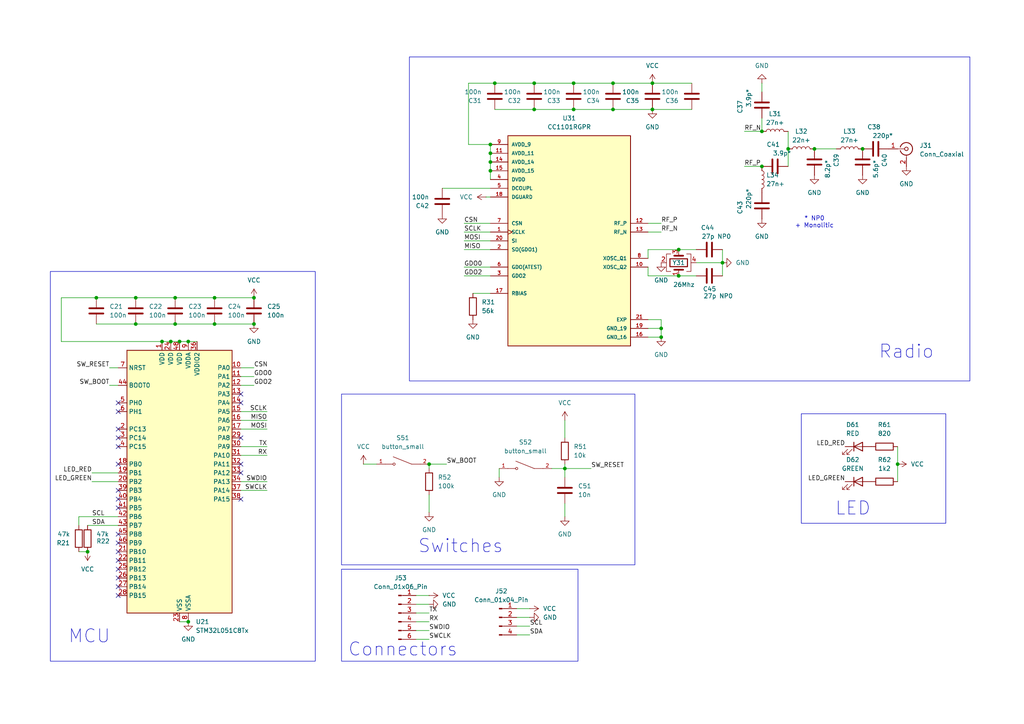
<source format=kicad_sch>
(kicad_sch (version 20250114) (generator "eeschema") (generator_version "9.0")
  (paper "A4")
  (lib_symbols
    (symbol "Connector:Conn_01x04_Pin" (pin_names (offset 1.016) (hide yes))
      (property "Reference" "J" (at 0 5.08 0))
      (property "Value" "Conn_01x04_Pin" (at 0 -7.62 0))
      (symbol "Conn_01x04_Pin_1_1"
        (rectangle (start 0.8636 2.667) (end 0 2.413) (stroke (width 0.1524)) (fill (type outline)))
        (rectangle (start 0.8636 0.127) (end 0 -0.127) (stroke (width 0.1524)) (fill (type outline)))
        (rectangle (start 0.8636 -2.413) (end 0 -2.667) (stroke (width 0.1524)) (fill (type outline)))
        (rectangle (start 0.8636 -4.953) (end 0 -5.207) (stroke (width 0.1524)) (fill (type outline)))
        (polyline (pts (xy 1.27 2.54) (xy 0.8636 2.54)) (stroke (width 0.1524)))
        (polyline (pts (xy 1.27 0) (xy 0.8636 0)) (stroke (width 0.1524)))
        (polyline (pts (xy 1.27 -2.54) (xy 0.8636 -2.54)) (stroke (width 0.1524)))
        (polyline (pts (xy 1.27 -5.08) (xy 0.8636 -5.08)) (stroke (width 0.1524)))
        (pin passive line (at 5.08 2.54 180) (length 3.81) (name "Pin_1") (number "1"))
        (pin passive line (at 5.08 0 180) (length 3.81) (name "Pin_2") (number "2"))
        (pin passive line (at 5.08 -2.54 180) (length 3.81) (name "Pin_3") (number "3"))
        (pin passive line (at 5.08 -5.08 180) (length 3.81) (name "Pin_4") (number "4"))
      )
    )
    (symbol "Connector:Conn_01x06_Pin" (pin_names (offset 1.016) (hide yes))
      (property "Reference" "J" (at 0 7.62 0))
      (property "Value" "Conn_01x06_Pin" (at 0 -10.16 0))
      (symbol "Conn_01x06_Pin_1_1"
        (rectangle (start 0.8636 5.207) (end 0 4.953) (stroke (width 0.1524)) (fill (type outline)))
        (rectangle (start 0.8636 2.667) (end 0 2.413) (stroke (width 0.1524)) (fill (type outline)))
        (rectangle (start 0.8636 0.127) (end 0 -0.127) (stroke (width 0.1524)) (fill (type outline)))
        (rectangle (start 0.8636 -2.413) (end 0 -2.667) (stroke (width 0.1524)) (fill (type outline)))
        (rectangle (start 0.8636 -4.953) (end 0 -5.207) (stroke (width 0.1524)) (fill (type outline)))
        (rectangle (start 0.8636 -7.493) (end 0 -7.747) (stroke (width 0.1524)) (fill (type outline)))
        (polyline (pts (xy 1.27 5.08) (xy 0.8636 5.08)) (stroke (width 0.1524)))
        (polyline (pts (xy 1.27 2.54) (xy 0.8636 2.54)) (stroke (width 0.1524)))
        (polyline (pts (xy 1.27 0) (xy 0.8636 0)) (stroke (width 0.1524)))
        (polyline (pts (xy 1.27 -2.54) (xy 0.8636 -2.54)) (stroke (width 0.1524)))
        (polyline (pts (xy 1.27 -5.08) (xy 0.8636 -5.08)) (stroke (width 0.1524)))
        (polyline (pts (xy 1.27 -7.62) (xy 0.8636 -7.62)) (stroke (width 0.1524)))
        (pin passive line (at 5.08 5.08 180) (length 3.81) (name "Pin_1") (number "1"))
        (pin passive line (at 5.08 2.54 180) (length 3.81) (name "Pin_2") (number "2"))
        (pin passive line (at 5.08 0 180) (length 3.81) (name "Pin_3") (number "3"))
        (pin passive line (at 5.08 -2.54 180) (length 3.81) (name "Pin_4") (number "4"))
        (pin passive line (at 5.08 -5.08 180) (length 3.81) (name "Pin_5") (number "5"))
        (pin passive line (at 5.08 -7.62 180) (length 3.81) (name "Pin_6") (number "6"))
      )
    )
    (symbol "Connector:Conn_Coaxial" (pin_names (offset 1.016) (hide yes))
      (property "Reference" "J" (at 0.254 3.048 0))
      (property "Value" "Conn_Coaxial" (at 2.921 0 90))
      (symbol "Conn_Coaxial_0_1"
        (polyline (pts (xy -2.54 0) (xy -0.508 0)))
        (arc (start 1.778 0) (mid 0.222 -1.8079) (end -1.778 -0.508) (stroke (width 0.254)))
        (arc (start -1.778 0.508) (mid 0.2221 1.8084) (end 1.778 0) (stroke (width 0.254)))
        (circle (center 0 0) (radius 0.508) (stroke (width 0.2032)))
        (polyline (pts (xy 0 -2.54) (xy 0 -1.778)))
      )
      (symbol "Conn_Coaxial_1_1"
        (pin passive line (at -5.08 0 0) (length 2.54) (name "In") (number "1"))
        (pin passive line (at 0 -5.08 90) (length 2.54) (name "Ext") (number "2"))
      )
    )
    (symbol "Device:C" (pin_numbers (hide yes)) (pin_names (offset 0.254))
      (property "Reference" "C" (at 0.635 2.54 0))
      (property "Value" "C" (at 0.635 -2.54 0))
      (symbol "C_0_1"
        (polyline (pts (xy -2.032 0.762) (xy 2.032 0.762)) (stroke (width 0.508)))
        (polyline (pts (xy -2.032 -0.762) (xy 2.032 -0.762)) (stroke (width 0.508)))
      )
      (symbol "C_1_1"
        (pin passive line (at 0 3.81 270) (length 2.794) (name "~") (number "1"))
        (pin passive line (at 0 -3.81 90) (length 2.794) (name "~") (number "2"))
      )
    )
    (symbol "Device:Crystal_GND24" (pin_names (offset 1.016) (hide yes))
      (property "Reference" "Y" (at 3.175 5.08 0))
      (property "Value" "Crystal_GND24" (at 3.175 3.175 0))
      (symbol "Crystal_GND24_0_1"
        (polyline (pts (xy -2.54 2.286) (xy -2.54 3.556) (xy 2.54 3.556) (xy 2.54 2.286)))
        (polyline (pts (xy -2.54 0) (xy -2.032 0)))
        (polyline (pts (xy -2.54 -2.286) (xy -2.54 -3.556) (xy 2.54 -3.556) (xy 2.54 -2.286)))
        (polyline (pts (xy -2.032 -1.27) (xy -2.032 1.27)) (stroke (width 0.508)))
        (rectangle (start -1.143 2.54) (end 1.143 -2.54) (stroke (width 0.3048)))
        (polyline (pts (xy 0 3.556) (xy 0 3.81)))
        (polyline (pts (xy 0 -3.81) (xy 0 -3.556)))
        (polyline (pts (xy 2.032 0) (xy 2.54 0)))
        (polyline (pts (xy 2.032 -1.27) (xy 2.032 1.27)) (stroke (width 0.508)))
      )
      (symbol "Crystal_GND24_1_1"
        (pin passive line (at -3.81 0 0) (length 1.27) (name "1") (number "1"))
        (pin passive line (at 0 5.08 270) (length 1.27) (name "2") (number "2"))
        (pin passive line (at 0 -5.08 90) (length 1.27) (name "4") (number "4"))
        (pin passive line (at 3.81 0 180) (length 1.27) (name "3") (number "3"))
      )
    )
    (symbol "Device:L" (pin_numbers (hide yes)) (pin_names (offset 1.016) (hide yes))
      (property "Reference" "L" (at -1.27 0 90))
      (property "Value" "L" (at 1.905 0 90))
      (symbol "L_0_1"
        (arc (start 0 2.54) (mid 0.6323 1.905) (end 0 1.27))
        (arc (start 0 1.27) (mid 0.6323 0.635) (end 0 0))
        (arc (start 0 0) (mid 0.6323 -0.635) (end 0 -1.27))
        (arc (start 0 -1.27) (mid 0.6323 -1.905) (end 0 -2.54))
      )
      (symbol "L_1_1"
        (pin passive line (at 0 3.81 270) (length 1.27) (name "1") (number "1"))
        (pin passive line (at 0 -3.81 90) (length 1.27) (name "2") (number "2"))
      )
    )
    (symbol "Device:LED" (pin_numbers (hide yes)) (pin_names (offset 1.016) (hide yes))
      (property "Reference" "D" (at 0 2.54 0))
      (property "Value" "LED" (at 0 -2.54 0))
      (symbol "LED_0_1"
        (polyline (pts (xy -3.048 -0.762) (xy -4.572 -2.286) (xy -3.81 -2.286) (xy -4.572 -2.286) (xy -4.572 -1.524)))
        (polyline (pts (xy -1.778 -0.762) (xy -3.302 -2.286) (xy -2.54 -2.286) (xy -3.302 -2.286) (xy -3.302 -1.524)))
        (polyline (pts (xy -1.27 0) (xy 1.27 0)))
        (polyline (pts (xy -1.27 -1.27) (xy -1.27 1.27)) (stroke (width 0.254)))
        (polyline (pts (xy 1.27 -1.27) (xy 1.27 1.27) (xy -1.27 0) (xy 1.27 -1.27)) (stroke (width 0.254)))
      )
      (symbol "LED_1_1"
        (pin passive line (at -3.81 0 0) (length 2.54) (name "K") (number "1"))
        (pin passive line (at 3.81 0 180) (length 2.54) (name "A") (number "2"))
      )
    )
    (symbol "Device:R" (pin_numbers (hide yes)) (pin_names (offset 0))
      (property "Reference" "R" (at 2.032 0 90))
      (property "Value" "R" (at 0 0 90))
      (symbol "R_0_1"
        (rectangle (start -1.016 -2.54) (end 1.016 2.54) (stroke (width 0.254)))
      )
      (symbol "R_1_1"
        (pin passive line (at 0 3.81 270) (length 1.27) (name "~") (number "1"))
        (pin passive line (at 0 -3.81 90) (length 1.27) (name "~") (number "2"))
      )
    )
    (symbol "MCU_ST_STM32L0:STM32L051C8Tx"
      (property "Reference" "U" (at -15.24 39.37 0))
      (property "Value" "STM32L051C8Tx" (at 7.62 39.37 0))
      (symbol "STM32L051C8Tx_0_1"
        (rectangle (start -15.24 -38.1) (end 15.24 38.1) (stroke (width 0.254)) (fill (type background)))
      )
      (symbol "STM32L051C8Tx_1_1"
        (pin input line (at -17.78 33.02 0) (length 2.54) (name "NRST") (number "7"))
        (pin input line (at -17.78 27.94 0) (length 2.54) (name "BOOT0") (number "44"))
        (pin bidirectional line (at -17.78 22.86 0) (length 2.54) (name "PH0") (number "5"))
        (pin bidirectional line (at -17.78 20.32 0) (length 2.54) (name "PH1") (number "6"))
        (pin bidirectional line (at -17.78 15.24 0) (length 2.54) (name "PC13") (number "2"))
        (pin bidirectional line (at -17.78 12.7 0) (length 2.54) (name "PC14") (number "3"))
        (pin bidirectional line (at -17.78 10.16 0) (length 2.54) (name "PC15") (number "4"))
        (pin bidirectional line (at -17.78 5.08 0) (length 2.54) (name "PB0") (number "18"))
        (pin bidirectional line (at -17.78 2.54 0) (length 2.54) (name "PB1") (number "19"))
        (pin bidirectional line (at -17.78 0 0) (length 2.54) (name "PB2") (number "20"))
        (pin bidirectional line (at -17.78 -2.54 0) (length 2.54) (name "PB3") (number "39"))
        (pin bidirectional line (at -17.78 -5.08 0) (length 2.54) (name "PB4") (number "40"))
        (pin bidirectional line (at -17.78 -7.62 0) (length 2.54) (name "PB5") (number "41"))
        (pin bidirectional line (at -17.78 -10.16 0) (length 2.54) (name "PB6") (number "42"))
        (pin bidirectional line (at -17.78 -12.7 0) (length 2.54) (name "PB7") (number "43"))
        (pin bidirectional line (at -17.78 -15.24 0) (length 2.54) (name "PB8") (number "45"))
        (pin bidirectional line (at -17.78 -17.78 0) (length 2.54) (name "PB9") (number "46"))
        (pin bidirectional line (at -17.78 -20.32 0) (length 2.54) (name "PB10") (number "21"))
        (pin bidirectional line (at -17.78 -22.86 0) (length 2.54) (name "PB11") (number "22"))
        (pin bidirectional line (at -17.78 -25.4 0) (length 2.54) (name "PB12") (number "25"))
        (pin bidirectional line (at -17.78 -27.94 0) (length 2.54) (name "PB13") (number "26"))
        (pin bidirectional line (at -17.78 -30.48 0) (length 2.54) (name "PB14") (number "27"))
        (pin bidirectional line (at -17.78 -33.02 0) (length 2.54) (name "PB15") (number "28"))
        (pin power_in line (at -5.08 40.64 270) (length 2.54) (name "VDD") (number "1"))
        (pin power_in line (at -2.54 40.64 270) (length 2.54) (name "VDD") (number "24"))
        (pin power_in line (at 0 40.64 270) (length 2.54) (name "VDD") (number "48"))
        (pin power_in line (at 0 -40.64 90) (length 2.54) (name "VSS") (number "23"))
        (pin passive line (at 0 -40.64 90) (length 2.54) (hide yes) (name "VSS") (number "35"))
        (pin passive line (at 0 -40.64 90) (length 2.54) (hide yes) (name "VSS") (number "47"))
        (pin power_in line (at 2.54 40.64 270) (length 2.54) (name "VDDA") (number "9"))
        (pin power_in line (at 2.54 -40.64 90) (length 2.54) (name "VSSA") (number "8"))
        (pin power_in line (at 5.08 40.64 270) (length 2.54) (name "VDDIO2") (number "36"))
        (pin bidirectional line (at 17.78 33.02 180) (length 2.54) (name "PA0") (number "10"))
        (pin bidirectional line (at 17.78 30.48 180) (length 2.54) (name "PA1") (number "11"))
        (pin bidirectional line (at 17.78 27.94 180) (length 2.54) (name "PA2") (number "12"))
        (pin bidirectional line (at 17.78 25.4 180) (length 2.54) (name "PA3") (number "13"))
        (pin bidirectional line (at 17.78 22.86 180) (length 2.54) (name "PA4") (number "14"))
        (pin bidirectional line (at 17.78 20.32 180) (length 2.54) (name "PA5") (number "15"))
        (pin bidirectional line (at 17.78 17.78 180) (length 2.54) (name "PA6") (number "16"))
        (pin bidirectional line (at 17.78 15.24 180) (length 2.54) (name "PA7") (number "17"))
        (pin bidirectional line (at 17.78 12.7 180) (length 2.54) (name "PA8") (number "29"))
        (pin bidirectional line (at 17.78 10.16 180) (length 2.54) (name "PA9") (number "30"))
        (pin bidirectional line (at 17.78 7.62 180) (length 2.54) (name "PA10") (number "31"))
        (pin bidirectional line (at 17.78 5.08 180) (length 2.54) (name "PA11") (number "32"))
        (pin bidirectional line (at 17.78 2.54 180) (length 2.54) (name "PA12") (number "33"))
        (pin bidirectional line (at 17.78 0 180) (length 2.54) (name "PA13") (number "34"))
        (pin bidirectional line (at 17.78 -2.54 180) (length 2.54) (name "PA14") (number "37"))
        (pin bidirectional line (at 17.78 -5.08 180) (length 2.54) (name "PA15") (number "38"))
      )
    )
    (symbol "PVDW_custom:CC1101RGPR" (pin_names (offset 1.016))
      (property "Reference" "U" (at -17.78 30.48 0))
      (property "Value" "CC1101RGPR" (at -17.78 -33.02 0))
      (symbol "CC1101RGPR_0_0"
        (rectangle (start -17.78 -30.48) (end 17.78 30.48) (stroke (width 0.254)) (fill (type background)))
        (pin power_in line (at -22.86 27.94 0) (length 5.08) (name "AVDD_9") (number "9"))
        (pin power_in line (at -22.86 25.4 0) (length 5.08) (name "AVDD_11") (number "11"))
        (pin power_in line (at -22.86 22.86 0) (length 5.08) (name "AVDD_14") (number "14"))
        (pin power_in line (at -22.86 20.32 0) (length 5.08) (name "AVDD_15") (number "15"))
        (pin power_in line (at -22.86 17.78 0) (length 5.08) (name "DVDD") (number "4"))
        (pin power_in line (at -22.86 15.24 0) (length 5.08) (name "DCOUPL") (number "5"))
        (pin power_in line (at -22.86 12.7 0) (length 5.08) (name "DGUARD") (number "18"))
        (pin input line (at -22.86 5.08 0) (length 5.08) (name "CSN") (number "7"))
        (pin input clock (at -22.86 2.54 0) (length 5.08) (name "SCLK") (number "1"))
        (pin input line (at -22.86 0 0) (length 5.08) (name "SI") (number "20"))
        (pin output line (at -22.86 -2.54 0) (length 5.08) (name "SO(GDO1)") (number "2"))
        (pin bidirectional line (at -22.86 -7.62 0) (length 5.08) (name "GDO(ATEST)") (number "6"))
        (pin output line (at -22.86 -10.16 0) (length 5.08) (name "GDO2") (number "3"))
        (pin bidirectional line (at -22.86 -15.24 0) (length 5.08) (name "RBIAS") (number "17"))
        (pin bidirectional line (at 22.86 5.08 180) (length 5.08) (name "RF_P") (number "12"))
        (pin bidirectional line (at 22.86 2.54 180) (length 5.08) (name "RF_N") (number "13"))
        (pin bidirectional line (at 22.86 -5.08 180) (length 5.08) (name "XOSC_Q1") (number "8"))
        (pin bidirectional line (at 22.86 -7.62 180) (length 5.08) (name "XOSC_Q2") (number "10"))
        (pin power_in line (at 22.86 -22.86 180) (length 5.08) (name "EXP") (number "21"))
        (pin power_in line (at 22.86 -25.4 180) (length 5.08) (name "GND_19") (number "19"))
        (pin power_in line (at 22.86 -27.94 180) (length 5.08) (name "GND_16") (number "16"))
      )
    )
    (symbol "PVDW_custom:button_small" (pin_names (offset 1.016))
      (property "Reference" "S" (at -5.08 2.54 0))
      (property "Value" "button_small" (at -5.08 -2.54 0))
      (symbol "button_small_0_0"
        (polyline (pts (xy -5.08 0) (xy -2.921 0)) (stroke (width 0.1524)))
        (circle (center -2.54 0) (radius 0.3302) (stroke (width 0.1524)))
        (polyline (pts (xy 2.54 0) (xy -2.794 2.1336)) (stroke (width 0.1524)))
        (polyline (pts (xy 2.54 0) (xy 5.08 0)) (stroke (width 0.1524)))
        (pin passive line (at -7.62 0 0) (length 2.54) (name "~") (number "1"))
        (pin passive line (at 7.62 0 180) (length 2.54) (name "~") (number "2"))
      )
    )
    (symbol "power:GND" (power) (pin_numbers (hide yes)) (pin_names (offset 0) (hide yes))
      (property "Value" "GND" (at 0 -3.81 0))
      (symbol "GND_0_1"
        (polyline (pts (xy 0 0) (xy 0 -1.27) (xy 1.27 -1.27) (xy 0 -2.54) (xy -1.27 -1.27) (xy 0 -1.27)))
      )
      (symbol "GND_1_1"
        (pin power_in line (at 0 0 270) (length 0) (name "~") (number "1"))
      )
    )
    (symbol "power:VCC" (power) (pin_numbers (hide yes)) (pin_names (offset 0) (hide yes))
      (property "Value" "VCC" (at 0 3.556 0))
      (symbol "VCC_0_1"
        (polyline (pts (xy -0.762 1.27) (xy 0 2.54)))
        (polyline (pts (xy 0 2.54) (xy 0.762 1.27)))
        (polyline (pts (xy 0 0) (xy 0 2.54)))
      )
      (symbol "VCC_1_1"
        (pin power_in line (at 0 0 90) (length 0) (name "~") (number "1"))
      )
    )
  )
  (rectangle (start 14.605 78.74) (end 91.44 191.77))
  (rectangle (start 99.06 114.3) (end 184.15 163.83))
  (text "Switches" (at 133.604 158.496 0) (effects (font (size 3.81 3.81))))
  (text "Radio" (at 262.89 102.108 0) (effects (font (size 3.81 3.81))))
  (text "Connectors" (at 116.84 188.468 0) (effects (font (size 3.81 3.81))))
  (text "MCU" (at 25.908 184.658 0) (effects (font (size 3.81 3.81))))
  (text "* NP0\n+ Monolitic" (at 236.22 64.516 0) (effects (font (size 1.27 1.27))))
  (text "LED" (at 247.396 147.574 0) (effects (font (size 3.81 3.81))))
  (text_box "" (at 99.06 165.1 0) (size 68.58 26.67) (margins 0.9525 0.9525 0.9525 0.9525) (effects (font (size 1.27 1.27)) (justify left top)))
  (text_box "" (at 232.41 120.015 0) (size 41.91 31.75) (margins 0.9525 0.9525 0.9525 0.9525) (effects (font (size 1.27 1.27)) (justify left top)))
  (text_box "" (at 118.745 16.51 0) (size 162.56 93.98) (margins 0.9525 0.9525 0.9525 0.9525) (effects (font (size 1.27 1.27)) (justify left top)))
  (junction (at 143.51 24.13))
  (junction (at 124.46 134.62))
  (junction (at 166.37 24.13))
  (junction (at 54.61 180.34))
  (junction (at 142.24 41.91))
  (junction (at 191.77 95.25))
  (junction (at 260.35 134.62))
  (junction (at 250.19 43.18))
  (junction (at 46.99 99.06))
  (junction (at 154.94 24.13))
  (junction (at 27.94 86.36))
  (junction (at 163.83 135.89))
  (junction (at 220.98 48.26))
  (junction (at 73.66 93.98))
  (junction (at 177.8 31.75))
  (junction (at 154.94 31.75))
  (junction (at 39.37 93.98))
  (junction (at 196.85 80.01))
  (junction (at 191.77 97.79))
  (junction (at 189.23 24.13))
  (junction (at 73.66 86.36))
  (junction (at 220.98 38.1))
  (junction (at 50.8 93.98))
  (junction (at 39.37 86.36))
  (junction (at 50.8 86.36))
  (junction (at 25.4 160.02))
  (junction (at 236.22 43.18))
  (junction (at 142.24 44.45))
  (junction (at 142.24 49.53))
  (junction (at 62.23 86.36))
  (junction (at 177.8 24.13))
  (junction (at 196.85 72.39))
  (junction (at 62.23 93.98))
  (junction (at 228.6 43.18))
  (junction (at 49.53 99.06))
  (junction (at 189.23 31.75))
  (junction (at 142.24 46.99))
  (junction (at 52.07 99.06))
  (junction (at 209.55 76.2))
  (junction (at 166.37 31.75))
  (junction (at 54.61 99.06))
  (no_connect (at 34.29 147.32))
  (no_connect (at 34.29 142.24))
  (no_connect (at 34.29 116.84))
  (no_connect (at 69.85 127))
  (no_connect (at 34.29 157.48))
  (no_connect (at 69.85 114.3))
  (no_connect (at 69.85 116.84))
  (no_connect (at 69.85 144.78))
  (no_connect (at 34.29 160.02))
  (no_connect (at 34.29 165.1))
  (no_connect (at 34.29 127))
  (no_connect (at 34.29 144.78))
  (no_connect (at 34.29 129.54))
  (no_connect (at 34.29 134.62))
  (no_connect (at 34.29 162.56))
  (no_connect (at 34.29 172.72))
  (no_connect (at 34.29 124.46))
  (no_connect (at 34.29 119.38))
  (no_connect (at 34.29 170.18))
  (no_connect (at 69.85 134.62))
  (no_connect (at 69.85 137.16))
  (no_connect (at 34.29 154.94))
  (no_connect (at 34.29 167.64))
  (wire (pts (xy 50.8 86.36) (xy 62.23 86.36)))
  (wire (pts (xy 135.89 24.13) (xy 143.51 24.13)))
  (wire (pts (xy 209.55 76.2) (xy 209.55 80.01)))
  (wire (pts (xy 69.85 109.22) (xy 73.66 109.22)))
  (wire (pts (xy 120.65 175.26) (xy 124.46 175.26)))
  (wire (pts (xy 187.96 95.25) (xy 191.77 95.25)))
  (wire (pts (xy 149.86 184.15) (xy 153.67 184.15)))
  (wire (pts (xy 160.02 135.89) (xy 163.83 135.89)))
  (wire (pts (xy 228.6 38.1) (xy 228.6 43.18)))
  (wire (pts (xy 124.46 143.51) (xy 124.46 148.59)))
  (wire (pts (xy 177.8 24.13) (xy 189.23 24.13)))
  (wire (pts (xy 69.85 132.08) (xy 77.47 132.08)))
  (wire (pts (xy 134.62 69.85) (xy 142.24 69.85)))
  (wire (pts (xy 187.96 97.79) (xy 191.77 97.79)))
  (wire (pts (xy 228.6 43.18) (xy 228.6 48.26)))
  (wire (pts (xy 134.62 67.31) (xy 142.24 67.31)))
  (wire (pts (xy 187.96 92.71) (xy 191.77 92.71)))
  (wire (pts (xy 196.85 72.39) (xy 201.93 72.39)))
  (wire (pts (xy 142.24 44.45) (xy 142.24 46.99)))
  (wire (pts (xy 52.07 180.34) (xy 54.61 180.34)))
  (wire (pts (xy 191.77 92.71) (xy 191.77 95.25)))
  (wire (pts (xy 142.24 46.99) (xy 142.24 49.53)))
  (wire (pts (xy 69.85 139.7) (xy 77.47 139.7)))
  (wire (pts (xy 69.85 142.24) (xy 77.47 142.24)))
  (wire (pts (xy 62.23 93.98) (xy 73.66 93.98)))
  (wire (pts (xy 163.83 135.89) (xy 171.45 135.89)))
  (wire (pts (xy 142.24 49.53) (xy 142.24 52.07)))
  (wire (pts (xy 62.23 86.36) (xy 73.66 86.36)))
  (wire (pts (xy 187.96 67.31) (xy 191.77 67.31)))
  (wire (pts (xy 137.16 85.09) (xy 142.24 85.09)))
  (wire (pts (xy 187.96 80.01) (xy 196.85 80.01)))
  (wire (pts (xy 77.47 119.38) (xy 69.85 119.38)))
  (wire (pts (xy 128.27 54.61) (xy 142.24 54.61)))
  (wire (pts (xy 189.23 24.13) (xy 200.66 24.13)))
  (wire (pts (xy 31.75 106.68) (xy 34.29 106.68)))
  (wire (pts (xy 134.62 72.39) (xy 142.24 72.39)))
  (wire (pts (xy 46.99 99.06) (xy 49.53 99.06)))
  (wire (pts (xy 220.98 24.13) (xy 220.98 26.67)))
  (wire (pts (xy 26.67 139.7) (xy 34.29 139.7)))
  (wire (pts (xy 27.94 86.36) (xy 39.37 86.36)))
  (wire (pts (xy 27.94 93.98) (xy 39.37 93.98)))
  (wire (pts (xy 163.83 135.89) (xy 163.83 138.43)))
  (wire (pts (xy 142.24 41.91) (xy 142.24 44.45)))
  (wire (pts (xy 17.78 86.36) (xy 17.78 99.06)))
  (wire (pts (xy 236.22 43.18) (xy 242.57 43.18)))
  (wire (pts (xy 201.93 76.2) (xy 209.55 76.2)))
  (wire (pts (xy 50.8 93.98) (xy 62.23 93.98)))
  (wire (pts (xy 25.4 152.4) (xy 34.29 152.4)))
  (wire (pts (xy 135.89 41.91) (xy 142.24 41.91)))
  (wire (pts (xy 52.07 99.06) (xy 54.61 99.06)))
  (wire (pts (xy 163.83 146.05) (xy 163.83 149.86)))
  (wire (pts (xy 163.83 121.92) (xy 163.83 127)))
  (wire (pts (xy 22.86 160.02) (xy 25.4 160.02)))
  (wire (pts (xy 39.37 93.98) (xy 50.8 93.98)))
  (wire (pts (xy 154.94 24.13) (xy 166.37 24.13)))
  (wire (pts (xy 196.85 80.01) (xy 201.93 80.01)))
  (wire (pts (xy 49.53 99.06) (xy 52.07 99.06)))
  (wire (pts (xy 196.85 72.39) (xy 187.96 72.39)))
  (wire (pts (xy 143.51 24.13) (xy 154.94 24.13)))
  (wire (pts (xy 120.65 177.8) (xy 124.46 177.8)))
  (wire (pts (xy 191.77 95.25) (xy 191.77 97.79)))
  (wire (pts (xy 166.37 31.75) (xy 177.8 31.75)))
  (wire (pts (xy 187.96 77.47) (xy 187.96 80.01)))
  (wire (pts (xy 69.85 106.68) (xy 73.66 106.68)))
  (wire (pts (xy 22.86 149.86) (xy 34.29 149.86)))
  (wire (pts (xy 149.86 176.53) (xy 153.67 176.53)))
  (wire (pts (xy 140.97 57.15) (xy 142.24 57.15)))
  (wire (pts (xy 134.62 77.47) (xy 142.24 77.47)))
  (wire (pts (xy 77.47 124.46) (xy 69.85 124.46)))
  (wire (pts (xy 54.61 99.06) (xy 57.15 99.06)))
  (wire (pts (xy 120.65 180.34) (xy 124.46 180.34)))
  (wire (pts (xy 135.89 24.13) (xy 135.89 41.91)))
  (wire (pts (xy 27.94 86.36) (xy 17.78 86.36)))
  (wire (pts (xy 17.78 99.06) (xy 46.99 99.06)))
  (wire (pts (xy 124.46 134.62) (xy 124.46 135.89)))
  (wire (pts (xy 189.23 31.75) (xy 200.66 31.75)))
  (wire (pts (xy 166.37 24.13) (xy 177.8 24.13)))
  (wire (pts (xy 26.67 137.16) (xy 34.29 137.16)))
  (wire (pts (xy 260.35 134.62) (xy 260.35 139.7)))
  (wire (pts (xy 209.55 72.39) (xy 209.55 76.2)))
  (wire (pts (xy 69.85 129.54) (xy 77.47 129.54)))
  (wire (pts (xy 215.9 38.1) (xy 220.98 38.1)))
  (wire (pts (xy 129.54 134.62) (xy 124.46 134.62)))
  (wire (pts (xy 177.8 31.75) (xy 189.23 31.75)))
  (wire (pts (xy 120.65 182.88) (xy 124.46 182.88)))
  (wire (pts (xy 215.9 48.26) (xy 220.98 48.26)))
  (wire (pts (xy 187.96 72.39) (xy 187.96 74.93)))
  (wire (pts (xy 187.96 64.77) (xy 191.77 64.77)))
  (wire (pts (xy 134.62 80.01) (xy 142.24 80.01)))
  (wire (pts (xy 149.86 181.61) (xy 153.67 181.61)))
  (wire (pts (xy 260.35 129.54) (xy 260.35 134.62)))
  (wire (pts (xy 149.86 179.07) (xy 153.67 179.07)))
  (wire (pts (xy 134.62 64.77) (xy 142.24 64.77)))
  (wire (pts (xy 77.47 121.92) (xy 69.85 121.92)))
  (wire (pts (xy 120.65 185.42) (xy 124.46 185.42)))
  (wire (pts (xy 31.75 111.76) (xy 34.29 111.76)))
  (wire (pts (xy 120.65 172.72) (xy 124.46 172.72)))
  (wire (pts (xy 143.51 31.75) (xy 154.94 31.75)))
  (wire (pts (xy 105.41 134.62) (xy 109.22 134.62)))
  (wire (pts (xy 163.83 134.62) (xy 163.83 135.89)))
  (wire (pts (xy 144.78 135.89) (xy 144.78 138.43)))
  (wire (pts (xy 22.86 149.86) (xy 22.86 152.4)))
  (wire (pts (xy 154.94 31.75) (xy 166.37 31.75)))
  (wire (pts (xy 220.98 34.29) (xy 220.98 38.1)))
  (wire (pts (xy 39.37 86.36) (xy 50.8 86.36)))
  (wire (pts (xy 69.85 111.76) (xy 73.66 111.76)))
  (label "LED_RED" (at 245.11 129.54 180))
  (label "SW_RESET" (at 171.45 135.89 0))
  (label "SCLK" (at 77.47 119.38 180))
  (label "RX" (at 124.46 180.34 0))
  (label "LED_RED" (at 26.67 137.16 180))
  (label "SWDIO" (at 77.47 139.7 180))
  (label "RF_P" (at 191.77 64.77 0))
  (label "SCL" (at 153.67 181.61 0))
  (label "CSN" (at 73.66 106.68 0))
  (label "CSN" (at 134.62 64.77 0))
  (label "SW_BOOT" (at 31.75 111.76 180))
  (label "GDO2" (at 73.66 111.76 0))
  (label "SWDIO" (at 124.46 182.88 0))
  (label "TX" (at 124.46 177.8 0))
  (label "MOSI" (at 77.47 124.46 180))
  (label "RF_P" (at 215.9 48.26 0))
  (label "LED_GREEN" (at 26.67 139.7 180))
  (label "TX" (at 77.47 129.54 180))
  (label "RF_N" (at 215.9 38.1 0))
  (label "RF_N" (at 191.77 67.31 0))
  (label "RX" (at 77.47 132.08 180))
  (label "SW_RESET" (at 31.75 106.68 180))
  (label "MOSI" (at 134.62 69.85 0))
  (label "SDA" (at 26.67 152.4 0))
  (label "GDO0" (at 73.66 109.22 0))
  (label "MISO" (at 77.47 121.92 180))
  (label "GDO2" (at 134.62 80.01 0))
  (label "LED_GREEN" (at 245.11 139.7 180))
  (label "GDO0" (at 134.62 77.47 0))
  (label "MISO" (at 134.62 72.39 0))
  (label "SCL" (at 26.67 149.86 0))
  (label "SW_BOOT" (at 129.54 134.62 0))
  (label "SCLK" (at 134.62 67.31 0))
  (label "SDA" (at 153.67 184.15 0))
  (label "SWCLK" (at 124.46 185.42 0))
  (label "SWCLK" (at 77.47 142.24 180))
  (symbol (lib_id "Device:LED") (at 248.92 129.54 0) (unit 1)
    (property "Reference" "D61" (at 247.3325 123.19 0))
    (property "Value" "RED" (at 247.3325 125.73 0))
    (property "Footprint" "LED_SMD:LED_0805_2012Metric" (effects (hide yes)))
    (property "Description" "Light emitting diode" (effects (hide yes)))
    (property "Sim.Pins" "1=K 2=A" (effects (hide yes)))
  )
  (symbol (lib_id "power:GND") (at 189.23 31.75 0) (unit 1)
    (property "Reference" "#PWR0106" (effects (hide yes)))
    (property "Value" "GND" (at 189.23 36.83 0))
    (property "Description" "Power symbol creates a global label with name \"GND\" , ground" (effects (hide yes)))
  )
  (symbol (lib_id "power:VCC") (at 189.23 24.13 0) (unit 1)
    (property "Reference" "#PWR0101" (effects (hide yes)))
    (property "Value" "VCC" (at 189.23 19.05 0))
    (property "Description" "Power symbol creates a global label with name \"VCC\"" (effects (hide yes)))
  )
  (symbol (lib_id "Device:C") (at 166.37 27.94 180) (unit 1)
    (property "Reference" "C33" (at 162.56 29.2101 0) (effects (justify left)))
    (property "Value" "100n" (at 162.56 26.6701 0) (effects (justify left)))
    (property "Footprint" "Capacitor_SMD:C_0402_1005Metric" (effects (hide yes)))
    (property "Description" "Unpolarized capacitor" (effects (hide yes)))
  )
  (symbol (lib_id "Device:L") (at 232.41 43.18 90) (unit 1)
    (property "Reference" "L32" (at 232.41 38.1 90))
    (property "Value" "22n+" (at 232.41 40.64 90))
    (property "Footprint" "Inductor_SMD:L_0402_1005Metric" (effects (hide yes)))
    (property "Description" "Inductor" (effects (hide yes)))
  )
  (symbol (lib_id "Device:C") (at 224.79 48.26 270) (unit 1)
    (property "Reference" "C41" (at 224.282 41.91 90))
    (property "Value" "3.9p*" (at 226.822 44.45 90))
    (property "Footprint" "Capacitor_SMD:C_0402_1005Metric" (effects (hide yes)))
    (property "Description" "Unpolarized capacitor" (effects (hide yes)))
  )
  (symbol (lib_id "power:GND") (at 124.46 148.59 0) (unit 1)
    (property "Reference" "#PWR0129" (effects (hide yes)))
    (property "Value" "GND" (at 124.46 153.67 0))
    (property "Description" "Power symbol creates a global label with name \"GND\" , ground" (effects (hide yes)))
  )
  (symbol (lib_id "power:VCC") (at 105.41 134.62 0) (unit 1)
    (property "Reference" "#PWR053" (effects (hide yes)))
    (property "Value" "VCC" (at 105.41 129.54 0))
    (property "Description" "Power symbol creates a global label with name \"VCC\"" (effects (hide yes)))
  )
  (symbol (lib_id "Device:C") (at 27.94 90.17 0) (unit 1)
    (property "Reference" "C21" (at 31.75 88.8999 0) (effects (justify left)))
    (property "Value" "100n" (at 31.75 91.4399 0) (effects (justify left)))
    (property "Footprint" "Capacitor_SMD:C_0402_1005Metric" (effects (hide yes)))
    (property "Description" "Unpolarized capacitor" (effects (hide yes)))
  )
  (symbol (lib_id "power:GND") (at 153.67 179.07 90) (unit 1)
    (property "Reference" "#PWR0132" (effects (hide yes)))
    (property "Value" "GND" (at 157.48 179.0699 90) (effects (justify right)))
    (property "Description" "Power symbol creates a global label with name \"GND\" , ground" (effects (hide yes)))
  )
  (symbol (lib_id "Device:R") (at 25.4 156.21 0) (mirror y) (unit 1)
    (property "Reference" "R22" (at 27.94 156.972 0) (effects (justify right)))
    (property "Value" "47k" (at 27.94 154.9401 0) (effects (justify right)))
    (property "Footprint" "Resistor_SMD:R_0402_1005Metric" (effects (hide yes)))
    (property "Description" "Resistor" (effects (hide yes)))
  )
  (symbol (lib_id "power:GND") (at 262.89 48.26 0) (unit 1)
    (property "Reference" "#PWR0110" (effects (hide yes)))
    (property "Value" "GND" (at 262.89 53.34 0))
    (property "Description" "Power symbol creates a global label with name \"GND\" , ground" (effects (hide yes)))
  )
  (symbol (lib_id "power:GND") (at 209.55 76.2 90) (unit 1)
    (property "Reference" "#PWR0118" (effects (hide yes)))
    (property "Value" "GND" (at 213.36 76.1999 90) (effects (justify right)))
    (property "Description" "Power symbol creates a global label with name \"GND\" , ground" (effects (hide yes)))
  )
  (symbol (lib_id "Device:C") (at 177.8 27.94 180) (unit 1)
    (property "Reference" "C34" (at 173.99 29.2101 0) (effects (justify left)))
    (property "Value" "100n" (at 173.99 26.6701 0) (effects (justify left)))
    (property "Footprint" "Capacitor_SMD:C_0402_1005Metric" (effects (hide yes)))
    (property "Description" "Unpolarized capacitor" (effects (hide yes)))
  )
  (symbol (lib_id "Device:L") (at 224.79 38.1 90) (unit 1)
    (property "Reference" "L31" (at 224.79 33.02 90))
    (property "Value" "27n+" (at 224.79 35.56 90))
    (property "Footprint" "Inductor_SMD:L_0402_1005Metric" (effects (hide yes)))
    (property "Description" "Inductor" (effects (hide yes)))
  )
  (symbol (lib_id "Device:R") (at 163.83 130.81 0) (unit 1)
    (property "Reference" "R51" (at 166.37 129.5399 0) (effects (justify left)))
    (property "Value" "10k" (at 166.37 132.0799 0) (effects (justify left)))
    (property "Footprint" "Resistor_SMD:R_0402_1005Metric" (effects (hide yes)))
    (property "Description" "Resistor" (effects (hide yes)))
  )
  (symbol (lib_id "Device:L") (at 246.38 43.18 90) (unit 1)
    (property "Reference" "L33" (at 246.38 38.1 90))
    (property "Value" "27n+" (at 246.38 40.64 90))
    (property "Footprint" "Inductor_SMD:L_0402_1005Metric" (effects (hide yes)))
    (property "Description" "Inductor" (effects (hide yes)))
  )
  (symbol (lib_id "power:GND") (at 137.16 92.71 0) (unit 1)
    (property "Reference" "#PWR0120" (effects (hide yes)))
    (property "Value" "GND" (at 137.16 97.79 0))
    (property "Description" "Power symbol creates a global label with name \"GND\" , ground" (effects (hide yes)))
  )
  (symbol (lib_id "Connector:Conn_01x04_Pin") (at 144.78 179.07 0) (unit 1)
    (property "Reference" "J52" (at 145.415 171.45 0))
    (property "Value" "Conn_01x04_Pin" (at 145.415 173.99 0))
    (property "Footprint" "Connector_PinHeader_2.54mm:PinHeader_1x04_P2.54mm_Horizontal" (effects (hide yes)))
    (property "Description" "Generic connector, single row, 01x04, script generated" (effects (hide yes)))
  )
  (symbol (lib_id "Device:R") (at 256.54 139.7 90) (unit 1)
    (property "Reference" "R62" (at 256.54 133.35 90))
    (property "Value" "1k2" (at 256.54 135.89 90))
    (property "Footprint" "Resistor_SMD:R_0402_1005Metric" (effects (hide yes)))
    (property "Description" "Resistor" (effects (hide yes)))
  )
  (symbol (lib_id "Device:R") (at 137.16 88.9 0) (unit 1)
    (property "Reference" "R31" (at 139.7 87.6299 0) (effects (justify left)))
    (property "Value" "56k" (at 139.7 90.1699 0) (effects (justify left)))
    (property "Footprint" "Resistor_SMD:R_0402_1005Metric" (effects (hide yes)))
    (property "Description" "Resistor" (effects (hide yes)))
  )
  (symbol (lib_id "power:GND") (at 220.98 63.5 0) (unit 1)
    (property "Reference" "#PWR0116" (effects (hide yes)))
    (property "Value" "GND" (at 220.98 68.58 0))
    (property "Description" "Power symbol creates a global label with name \"GND\" , ground" (effects (hide yes)))
  )
  (symbol (lib_id "Device:C") (at 128.27 58.42 180) (unit 1)
    (property "Reference" "C42" (at 124.46 59.6901 0) (effects (justify left)))
    (property "Value" "100n" (at 124.46 57.1501 0) (effects (justify left)))
    (property "Footprint" "Capacitor_SMD:C_0402_1005Metric" (effects (hide yes)))
    (property "Description" "Unpolarized capacitor" (effects (hide yes)))
  )
  (symbol (lib_id "Device:C") (at 205.74 80.01 270) (unit 1)
    (property "Reference" "C45" (at 207.772 83.82 90) (effects (justify right)))
    (property "Value" "27p NP0" (at 212.598 85.852 90) (effects (justify right)))
    (property "Footprint" "Capacitor_SMD:C_0402_1005Metric" (effects (hide yes)))
    (property "Description" "Unpolarized capacitor" (effects (hide yes)))
  )
  (symbol (lib_id "power:VCC") (at 124.46 172.72 270) (unit 1)
    (property "Reference" "#PWR051" (effects (hide yes)))
    (property "Value" "VCC" (at 128.27 172.7199 90) (effects (justify left)))
    (property "Description" "Power symbol creates a global label with name \"VCC\"" (effects (hide yes)))
  )
  (symbol (lib_id "power:GND") (at 128.27 62.23 0) (unit 1)
    (property "Reference" "#PWR0115" (effects (hide yes)))
    (property "Value" "GND" (at 128.27 67.31 0))
    (property "Description" "Power symbol creates a global label with name \"GND\" , ground" (effects (hide yes)))
  )
  (symbol (lib_id "PVDW_custom:button_small") (at 116.84 134.62 0) (unit 1)
    (property "Reference" "S51" (at 116.84 127 0))
    (property "Value" "button_small" (at 116.84 129.54 0))
    (property "Footprint" "PVDW_custom:button_small" (effects (hide yes)))
    (property "Description" "Tactile Switch SPST-NO Top Actuated Surface Mount" (effects (hide yes)))
    (property "MF" "Panasonic" (effects (hide yes)))
    (property "PACKAGE" "None" (effects (hide yes)))
    (property "PRICE" "None" (effects (hide yes)))
    (property "Package" "None" (effects (hide yes)))
    (property "Check_prices" "https://www.snapeda.com/parts/EVPAWCD4A/Panasonic/view-part/?ref=eda" (effects (hide yes)))
    (property "Price" "None" (effects (hide yes)))
    (property "SnapEDA_Link" "https://www.snapeda.com/parts/EVPAWCD4A/Panasonic/view-part/?ref=snap" (effects (hide yes)))
    (property "MP" "EVPAWCD4A" (effects (hide yes)))
    (property "Purchase-URL" "https://www.snapeda.com/api/url_track_click_mouser/?unipart_id=5845575&manufacturer=Panasonic&part_name=EVPAWCD4A&search_term=None" (effects (hide yes)))
    (property "Availability" "In Stock" (effects (hide yes)))
    (property "AVAILABILITY" "Bad" (effects (hide yes)))
    (property "Description_1" "Switch Tactile N.O. SPST Round Button Straight Terminal with Cutout 0.02A 15VDC 2.4N SMD T/R" (effects (hide yes)))
  )
  (symbol (lib_id "power:GND") (at 144.78 138.43 0) (unit 1)
    (property "Reference" "#PWR054" (effects (hide yes)))
    (property "Value" "GND" (at 144.78 143.51 0))
    (property "Description" "Power symbol creates a global label with name \"GND\" , ground" (effects (hide yes)))
  )
  (symbol (lib_id "power:VCC") (at 260.35 134.62 270) (unit 1)
    (property "Reference" "#PWR0126" (effects (hide yes)))
    (property "Value" "VCC" (at 264.16 134.6199 90) (effects (justify left)))
    (property "Description" "Power symbol creates a global label with name \"VCC\"" (effects (hide yes)))
  )
  (symbol (lib_id "Connector:Conn_Coaxial") (at 262.89 43.18 0) (unit 1)
    (property "Reference" "J31" (at 266.7 42.2031 0) (effects (justify left)))
    (property "Value" "Conn_Coaxial" (at 266.7 44.7431 0) (effects (justify left)))
    (property "Footprint" "Connector_Coaxial:SMA_Amphenol_132289_EdgeMount" (effects (hide yes)))
    (property "Description" "coaxial connector (BNC, SMA, SMB, SMC, Cinch/RCA, LEMO, ...)" (effects (hide yes)))
  )
  (symbol (lib_id "Device:C") (at 39.37 90.17 0) (unit 1)
    (property "Reference" "C22" (at 43.18 88.8999 0) (effects (justify left)))
    (property "Value" "100n" (at 43.18 91.4399 0) (effects (justify left)))
    (property "Footprint" "Capacitor_SMD:C_0402_1005Metric" (effects (hide yes)))
    (property "Description" "Unpolarized capacitor" (effects (hide yes)))
  )
  (symbol (lib_id "Device:C") (at 163.83 142.24 0) (unit 1)
    (property "Reference" "C51" (at 167.64 140.9699 0) (effects (justify left)))
    (property "Value" "10n" (at 167.64 143.5099 0) (effects (justify left)))
    (property "Footprint" "Capacitor_SMD:C_0402_1005Metric" (effects (hide yes)))
    (property "Description" "Unpolarized capacitor" (effects (hide yes)))
  )
  (symbol (lib_id "Device:R") (at 22.86 156.21 0) (unit 1)
    (property "Reference" "R21" (at 20.32 157.4801 0) (effects (justify right)))
    (property "Value" "47k" (at 20.32 154.9401 0) (effects (justify right)))
    (property "Footprint" "Resistor_SMD:R_0402_1005Metric" (effects (hide yes)))
    (property "Description" "Resistor" (effects (hide yes)))
  )
  (symbol (lib_id "power:GND") (at 191.77 76.2 0) (unit 1)
    (property "Reference" "#PWR0117" (effects (hide yes)))
    (property "Value" "GND" (at 191.77 81.28 0))
    (property "Description" "Power symbol creates a global label with name \"GND\" , ground" (effects (hide yes)))
  )
  (symbol (lib_id "Device:C") (at 154.94 27.94 180) (unit 1)
    (property "Reference" "C32" (at 151.13 29.2101 0) (effects (justify left)))
    (property "Value" "100n" (at 151.13 26.6701 0) (effects (justify left)))
    (property "Footprint" "Capacitor_SMD:C_0402_1005Metric" (effects (hide yes)))
    (property "Description" "Unpolarized capacitor" (effects (hide yes)))
  )
  (symbol (lib_id "power:GND") (at 54.61 180.34 0) (unit 1)
    (property "Reference" "#PWR0134" (effects (hide yes)))
    (property "Value" "GND" (at 54.61 185.42 0))
    (property "Description" "Power symbol creates a global label with name \"GND\" , ground" (effects (hide yes)))
  )
  (symbol (lib_id "Device:C") (at 62.23 90.17 0) (unit 1)
    (property "Reference" "C24" (at 66.04 88.8999 0) (effects (justify left)))
    (property "Value" "100n" (at 66.04 91.4399 0) (effects (justify left)))
    (property "Footprint" "Capacitor_SMD:C_0402_1005Metric" (effects (hide yes)))
    (property "Description" "Unpolarized capacitor" (effects (hide yes)))
  )
  (symbol (lib_id "Device:C") (at 220.98 59.69 0) (unit 1)
    (property "Reference" "C43" (at 214.63 60.198 90))
    (property "Value" "220p*" (at 217.17 57.658 90))
    (property "Footprint" "Capacitor_SMD:C_0402_1005Metric" (effects (hide yes)))
    (property "Description" "Unpolarized capacitor" (effects (hide yes)))
  )
  (symbol (lib_id "Device:R") (at 256.54 129.54 90) (unit 1)
    (property "Reference" "R61" (at 256.54 123.19 90))
    (property "Value" "820" (at 256.54 125.73 90))
    (property "Footprint" "Resistor_SMD:R_0402_1005Metric" (effects (hide yes)))
    (property "Description" "Resistor" (effects (hide yes)))
  )
  (symbol (lib_id "Device:L") (at 220.98 52.07 0) (unit 1)
    (property "Reference" "L34" (at 222.25 50.7999 0) (effects (justify left)))
    (property "Value" "27n+" (at 222.25 53.3399 0) (effects (justify left)))
    (property "Footprint" "Inductor_SMD:L_0402_1005Metric" (effects (hide yes)))
    (property "Description" "Inductor" (effects (hide yes)))
  )
  (symbol (lib_id "power:GND") (at 250.19 50.8 0) (unit 1)
    (property "Reference" "#PWR0113" (effects (hide yes)))
    (property "Value" "GND" (at 250.19 55.88 0))
    (property "Description" "Power symbol creates a global label with name \"GND\" , ground" (effects (hide yes)))
  )
  (symbol (lib_id "power:GND") (at 236.22 50.8 0) (unit 1)
    (property "Reference" "#PWR0112" (effects (hide yes)))
    (property "Value" "GND" (at 236.22 55.88 0))
    (property "Description" "Power symbol creates a global label with name \"GND\" , ground" (effects (hide yes)))
  )
  (symbol (lib_id "power:GND") (at 124.46 175.26 90) (unit 1)
    (property "Reference" "#PWR052" (effects (hide yes)))
    (property "Value" "GND" (at 128.27 175.2599 90) (effects (justify right)))
    (property "Description" "Power symbol creates a global label with name \"GND\" , ground" (effects (hide yes)))
  )
  (symbol (lib_id "Device:C") (at 73.66 90.17 0) (unit 1)
    (property "Reference" "C25" (at 77.47 88.8999 0) (effects (justify left)))
    (property "Value" "100n" (at 77.47 91.4399 0) (effects (justify left)))
    (property "Footprint" "Capacitor_SMD:C_0402_1005Metric" (effects (hide yes)))
    (property "Description" "Unpolarized capacitor" (effects (hide yes)))
  )
  (symbol (lib_id "PVDW_custom:CC1101RGPR") (at 165.1 69.85 0) (unit 1)
    (property "Reference" "U31" (at 165.1 34.29 0))
    (property "Value" "CC1101RGPR" (at 165.1 36.83 0))
    (property "Footprint" "PVDW_custom:QFN-20-1EP_4x4mm_P0.5mm_EP2.5x2.5mm_ThermalVias" (effects (hide yes)))
    (property "MF" "Texas Instruments" (effects (hide yes)))
    (property "Description_1" "Low-power Sub-1 GHz wireless transceiver" (effects (hide yes)))
    (property "Package" "VQFN-20 Texas Instruments" (effects (hide yes)))
    (property "Price" "None" (effects (hide yes)))
    (property "Check_prices" "https://www.snapeda.com/parts/CC1101RGPR/Texas+Instruments/view-part/?ref=eda" (effects (hide yes)))
    (property "MAXIMUM_PACKAGE_HIEGHT" "1mm" (effects (hide yes)))
    (property "STANDARD" "IPC 7351B" (effects (hide yes)))
    (property "PARTREV" "6-May-2020" (effects (hide yes)))
    (property "SnapEDA_Link" "https://www.snapeda.com/parts/CC1101RGPR/Texas+Instruments/view-part/?ref=snap" (effects (hide yes)))
    (property "MP" "CC1101RGPR" (effects (hide yes)))
    (property "Purchase-URL" "https://www.snapeda.com/api/url_track_click_mouser/?unipart_id=227274&manufacturer=Texas Instruments&part_name=CC1101RGPR&search_term=cc1101" (effects (hide yes)))
    (property "Availability" "In Stock" (effects (hide yes)))
    (property "MANUFACTURER" "Texas Instruments" (effects (hide yes)))
  )
  (symbol (lib_id "power:VCC") (at 140.97 57.15 90) (unit 1)
    (property "Reference" "#PWR0114" (effects (hide yes)))
    (property "Value" "VCC" (at 137.16 57.1499 90) (effects (justify left)))
    (property "Description" "Power symbol creates a global label with name \"VCC\"" (effects (hide yes)))
  )
  (symbol (lib_id "Device:C") (at 205.74 72.39 270) (unit 1)
    (property "Reference" "C44" (at 205.232 66.04 90))
    (property "Value" "27p NP0" (at 207.772 68.58 90))
    (property "Footprint" "Capacitor_SMD:C_0402_1005Metric" (effects (hide yes)))
    (property "Description" "Unpolarized capacitor" (effects (hide yes)))
  )
  (symbol (lib_id "Device:C") (at 200.66 27.94 180) (unit 1)
    (property "Reference" "C36" (at 196.85 29.2101 0) (effects (justify left)))
    (property "Value" "100n" (at 196.85 26.6701 0) (effects (justify left)))
    (property "Footprint" "Capacitor_SMD:C_0402_1005Metric" (effects (hide yes)))
    (property "Description" "Unpolarized capacitor" (effects (hide yes)))
  )
  (symbol (lib_id "power:GND") (at 191.77 97.79 0) (unit 1)
    (property "Reference" "#PWR0122" (effects (hide yes)))
    (property "Value" "GND" (at 191.77 102.87 0))
    (property "Description" "Power symbol creates a global label with name \"GND\" , ground" (effects (hide yes)))
  )
  (symbol (lib_id "power:VCC") (at 25.4 160.02 180) (unit 1)
    (property "Reference" "#PWR0131" (effects (hide yes)))
    (property "Value" "VCC" (at 25.4 165.1 0))
    (property "Description" "Power symbol creates a global label with name \"VCC\"" (effects (hide yes)))
  )
  (symbol (lib_id "Device:C") (at 254 43.18 270) (unit 1)
    (property "Reference" "C38" (at 253.492 36.83 90))
    (property "Value" "220p*" (at 256.032 39.37 90))
    (property "Footprint" "Capacitor_SMD:C_0402_1005Metric" (effects (hide yes)))
    (property "Description" "Unpolarized capacitor" (effects (hide yes)))
  )
  (symbol (lib_id "Device:Crystal_GND24") (at 196.85 76.2 90) (unit 1)
    (property "Reference" "Y31" (at 196.85 76.2 90))
    (property "Value" "26Mhz" (at 198.374 82.55 90))
    (property "Footprint" "Crystal:Crystal_SMD_3225-4Pin_3.2x2.5mm" (effects (hide yes)))
    (property "Description" "Four pin crystal, GND on pins 2 and 4" (effects (hide yes)))
  )
  (symbol (lib_id "Device:C") (at 189.23 27.94 180) (unit 1)
    (property "Reference" "C35" (at 185.42 29.2101 0) (effects (justify left)))
    (property "Value" "100n" (at 185.42 26.6701 0) (effects (justify left)))
    (property "Footprint" "Capacitor_SMD:C_0402_1005Metric" (effects (hide yes)))
    (property "Description" "Unpolarized capacitor" (effects (hide yes)))
  )
  (symbol (lib_id "power:VCC") (at 163.83 121.92 0) (unit 1)
    (property "Reference" "#PWR0124" (effects (hide yes)))
    (property "Value" "VCC" (at 163.83 116.84 0))
    (property "Description" "Power symbol creates a global label with name \"VCC\"" (effects (hide yes)))
  )
  (symbol (lib_id "Connector:Conn_01x06_Pin") (at 115.57 177.8 0) (unit 1)
    (property "Reference" "J53" (at 116.205 167.64 0))
    (property "Value" "Conn_01x06_Pin" (at 116.205 170.18 0))
    (property "Footprint" "Connector_PinSocket_2.54mm:PinSocket_1x06_P2.54mm_Vertical" (effects (hide yes)))
    (property "Description" "Generic connector, single row, 01x06, script generated" (effects (hide yes)))
  )
  (symbol (lib_id "Device:C") (at 220.98 30.48 0) (unit 1)
    (property "Reference" "C37" (at 214.63 30.988 90))
    (property "Value" "3.9p*" (at 217.17 28.448 90))
    (property "Footprint" "Capacitor_SMD:C_0402_1005Metric" (effects (hide yes)))
    (property "Description" "Unpolarized capacitor" (effects (hide yes)))
  )
  (symbol (lib_id "power:VCC") (at 153.67 176.53 270) (unit 1)
    (property "Reference" "#PWR0135" (effects (hide yes)))
    (property "Value" "VCC" (at 157.48 176.5299 90) (effects (justify left)))
    (property "Description" "Power symbol creates a global label with name \"VCC\"" (effects (hide yes)))
  )
  (symbol (lib_id "Device:LED") (at 248.92 139.7 0) (unit 1)
    (property "Reference" "D62" (at 247.3325 133.35 0))
    (property "Value" "GREEN" (at 247.3325 135.89 0))
    (property "Footprint" "LED_SMD:LED_0805_2012Metric" (effects (hide yes)))
    (property "Description" "Light emitting diode" (effects (hide yes)))
    (property "Sim.Pins" "1=K 2=A" (effects (hide yes)))
  )
  (symbol (lib_id "Device:C") (at 250.19 46.99 180) (unit 1)
    (property "Reference" "C40" (at 256.54 46.482 90))
    (property "Value" "5.6p*" (at 254 49.022 90))
    (property "Footprint" "Capacitor_SMD:C_0402_1005Metric" (effects (hide yes)))
    (property "Description" "Unpolarized capacitor" (effects (hide yes)))
  )
  (symbol (lib_id "power:VCC") (at 73.66 86.36 0) (unit 1)
    (property "Reference" "#PWR0119" (effects (hide yes)))
    (property "Value" "VCC" (at 73.66 81.28 0))
    (property "Description" "Power symbol creates a global label with name \"VCC\"" (effects (hide yes)))
  )
  (symbol (lib_id "Device:C") (at 236.22 46.99 180) (unit 1)
    (property "Reference" "C39" (at 242.57 46.482 90))
    (property "Value" "8.2p*" (at 240.03 49.022 90))
    (property "Footprint" "Capacitor_SMD:C_0402_1005Metric" (effects (hide yes)))
    (property "Description" "Unpolarized capacitor" (effects (hide yes)))
  )
  (symbol (lib_id "Device:C") (at 50.8 90.17 0) (unit 1)
    (property "Reference" "C23" (at 54.61 88.8999 0) (effects (justify left)))
    (property "Value" "100n" (at 54.61 91.4399 0) (effects (justify left)))
    (property "Footprint" "Capacitor_SMD:C_0402_1005Metric" (effects (hide yes)))
    (property "Description" "Unpolarized capacitor" (effects (hide yes)))
  )
  (symbol (lib_id "MCU_ST_STM32L0:STM32L051C8Tx") (at 52.07 139.7 0) (unit 1)
    (property "Reference" "U21" (at 56.7533 180.34 0) (effects (justify left)))
    (property "Value" "STM32L051C8Tx" (at 56.7533 182.88 0) (effects (justify left)))
    (property "Footprint" "Package_QFP:LQFP-48_7x7mm_P0.5mm" (effects (hide yes)))
    (property "Datasheet" "https://www.st.com/resource/en/datasheet/stm32l051c8.pdf" (effects (hide yes)))
    (property "Description" "STMicroelectronics Arm Cortex-M0+ MCU, 64KB flash, 8KB RAM, 32 MHz, 1.65-3.6V, 37 GPIO, LQFP48" (effects (hide yes)))
  )
  (symbol (lib_id "power:GND") (at 163.83 149.86 0) (unit 1)
    (property "Reference" "#PWR0130" (effects (hide yes)))
    (property "Value" "GND" (at 163.83 154.94 0))
    (property "Description" "Power symbol creates a global label with name \"GND\" , ground" (effects (hide yes)))
  )
  (symbol (lib_id "Device:C") (at 143.51 27.94 180) (unit 1)
    (property "Reference" "C31" (at 139.7 29.2101 0) (effects (justify left)))
    (property "Value" "100n" (at 139.7 26.6701 0) (effects (justify left)))
    (property "Footprint" "Capacitor_SMD:C_0402_1005Metric" (effects (hide yes)))
    (property "Description" "Unpolarized capacitor" (effects (hide yes)))
  )
  (symbol (lib_id "PVDW_custom:button_small") (at 152.4 135.89 0) (unit 1)
    (property "Reference" "S52" (at 152.4 128.27 0))
    (property "Value" "button_small" (at 152.4 130.81 0))
    (property "Footprint" "PVDW_custom:button_small" (effects (hide yes)))
    (property "Description" "Tactile Switch SPST-NO Top Actuated Surface Mount" (effects (hide yes)))
    (property "MF" "Panasonic" (effects (hide yes)))
    (property "PACKAGE" "None" (effects (hide yes)))
    (property "PRICE" "None" (effects (hide yes)))
    (property "Package" "None" (effects (hide yes)))
    (property "Check_prices" "https://www.snapeda.com/parts/EVPAWCD4A/Panasonic/view-part/?ref=eda" (effects (hide yes)))
    (property "Price" "None" (effects (hide yes)))
    (property "SnapEDA_Link" "https://www.snapeda.com/parts/EVPAWCD4A/Panasonic/view-part/?ref=snap" (effects (hide yes)))
    (property "MP" "EVPAWCD4A" (effects (hide yes)))
    (property "Purchase-URL" "https://www.snapeda.com/api/url_track_click_mouser/?unipart_id=5845575&manufacturer=Panasonic&part_name=EVPAWCD4A&search_term=None" (effects (hide yes)))
    (property "Availability" "In Stock" (effects (hide yes)))
    (property "AVAILABILITY" "Bad" (effects (hide yes)))
    (property "Description_1" "Switch Tactile N.O. SPST Round Button Straight Terminal with Cutout 0.02A 15VDC 2.4N SMD T/R" (effects (hide yes)))
  )
  (symbol (lib_id "power:GND") (at 73.66 93.98 0) (unit 1)
    (property "Reference" "#PWR0121" (effects (hide yes)))
    (property "Value" "GND" (at 73.66 99.06 0))
    (property "Description" "Power symbol creates a global label with name \"GND\" , ground" (effects (hide yes)))
  )
  (symbol (lib_id "power:GND") (at 220.98 24.13 180) (unit 1)
    (property "Reference" "#PWR061" (effects (hide yes)))
    (property "Value" "GND" (at 220.98 19.05 0))
    (property "Description" "Power symbol creates a global label with name \"GND\" , ground" (effects (hide yes)))
  )
  (symbol (lib_id "Device:R") (at 124.46 139.7 0) (unit 1)
    (property "Reference" "R52" (at 127 138.4299 0) (effects (justify left)))
    (property "Value" "100k" (at 127 140.9699 0) (effects (justify left)))
    (property "Footprint" "Resistor_SMD:R_0402_1005Metric" (effects (hide yes)))
    (property "Description" "Resistor" (effects (hide yes)))
  )
)
</source>
